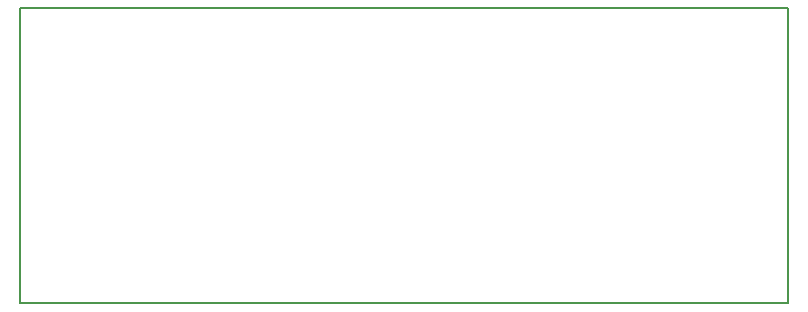
<source format=gbr>
G04 #@! TF.FileFunction,Other,User*
%FSLAX46Y46*%
G04 Gerber Fmt 4.6, Leading zero omitted, Abs format (unit mm)*
G04 Created by KiCad (PCBNEW (2016-02-08 BZR 6543, Git 5349eb4)-product) date Sun Feb 21 23:51:38 2016*
%MOMM*%
G01*
G04 APERTURE LIST*
%ADD10C,0.100000*%
%ADD11C,0.200000*%
G04 APERTURE END LIST*
D10*
D11*
X30000000Y-55000000D02*
X30000000Y-30000000D01*
X95000000Y-55000000D02*
X30000000Y-55000000D01*
X95000000Y-30000000D02*
X95000000Y-55000000D01*
X30000000Y-30000000D02*
X95000000Y-30000000D01*
M02*

</source>
